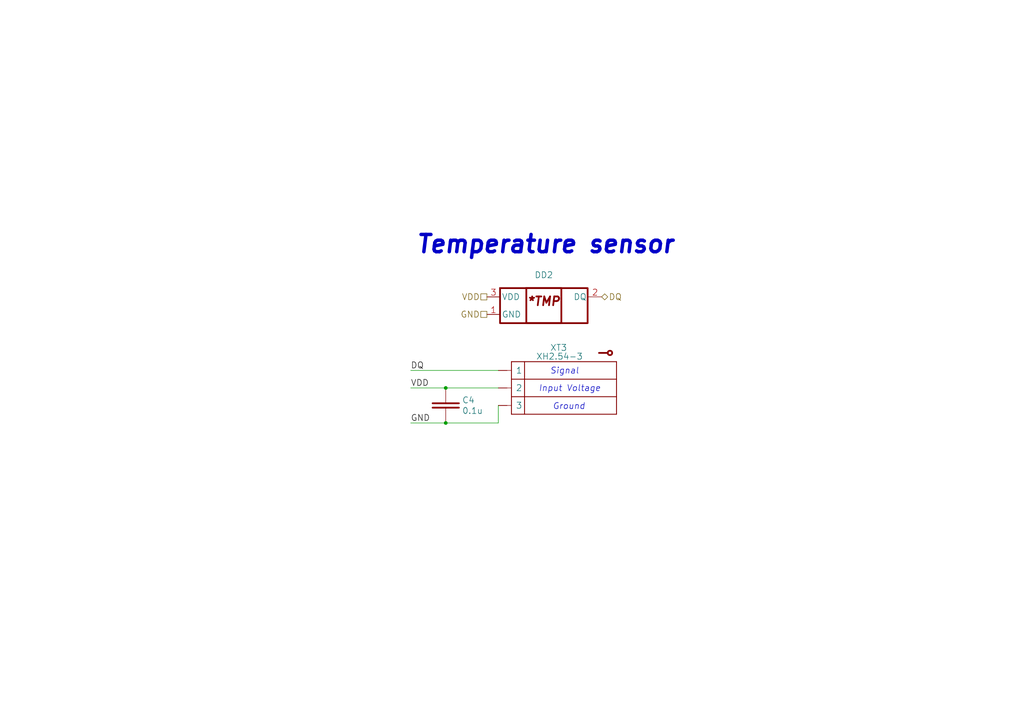
<source format=kicad_sch>
(kicad_sch (version 20211123) (generator eeschema)
  (paper "A4")
  (lib_symbols
    (symbol "C_CAP_41" (pin_names (offset 0))
      (property "Reference" "C" (at 0 6.35 0))
      (property "Value" "C_CAP_41" (at 0 -6.35 0))
      (symbol "C_CAP_41_0_1"
        (polyline (pts (xy -5.08 0) (xy -0.635 0)))
        (polyline (pts (xy -0.635 3.81) (xy -0.635 -3.81)) (stroke (width 0.508)))
        (polyline (pts (xy 0.635 0) (xy 5.08 0)))
        (polyline (pts (xy 0.635 3.81) (xy 0.635 -3.81)) (stroke (width 0.508)))
      )
      (symbol "C_CAP_41_1_1"
        (pin passive line (at -5.08 0 0) (length 2.54) hide (name "~") (number "1"))
        (pin passive line (at 5.08 0 180) (length 2.54) hide (name "~") (number "2"))
      )
    )
    (symbol "Chips:DS18B20"
      (property "Reference" "DD" (at 0 3.81 0))
      (property "Value" "DS18B20" (at 0 1.524 0))
      (symbol "DS18B20_0_1"
        (rectangle (start -12.7 0) (end 12.7 -10.16) (stroke (width 0.508)))
        (rectangle (start -5.08 0) (end 5.08 -10.16) (stroke (width 0.508)))
      )
      (symbol "DS18B20_1_1"
        (polyline (pts (xy -16.51 -7.62) (xy -12.7 -7.62)))
        (polyline (pts (xy -12.7 -7.62) (xy -12.7 -7.62)) (stroke (width 0.508)))
        (polyline (pts (xy -12.7 -5.08) (xy -12.7 -5.08)))
        (polyline (pts (xy -12.7 -2.5399) (xy -16.51 -2.5399)))
        (text "*TMP" (at 0 -3.81 0) (effects (font (size 2.54 2.54) bold italic)))
        (pin power_in line (at -16.51 -7.62 0) (length 3.81) (name "GND") (number "1"))
        (pin input line (at 16.764 -2.54 180) (length 3.81) (name "DQ") (number "2"))
        (pin input line (at -16.51 -2.54 0) (length 3.81) (name "VDD") (number "3"))
      )
    )
    (symbol "XT_CONTACT_ARR3_1" (pin_numbers hide) (pin_names (offset 2.54))
      (property "Reference" "XT" (at -12.7 10.16 0))
      (property "Value" "XT_CONTACT_ARR3_1" (at -12.7 -10.16 0))
      (symbol "XT_CONTACT_ARR3_1_0_1"
        (polyline (pts (xy -17.78 -5.08) (xy -13.97 -5.08)))
        (polyline (pts (xy -17.78 0) (xy -13.97 0)))
        (polyline (pts (xy -17.78 5.08) (xy -13.97 5.08)))
        (polyline (pts (xy -13.97 -7.62) (xy 16.51 -7.62)) (stroke (width 0.254)))
        (polyline (pts (xy -13.97 -2.54) (xy 16.51 -2.54)) (stroke (width 0.254)))
        (polyline (pts (xy -13.97 7.62) (xy -13.97 -7.62)) (stroke (width 0.254)))
        (polyline (pts (xy -13.97 7.62) (xy 16.51 7.62)) (stroke (width 0.254)))
        (polyline (pts (xy -10.16 7.62) (xy -10.16 -7.62)) (stroke (width 0.254)))
        (polyline (pts (xy 13.97 10.16) (xy 11.43 10.16)) (stroke (width 0.508)))
        (polyline (pts (xy 16.51 7.62) (xy 16.51 -7.62)) (stroke (width 0.254)))
        (circle (center 14.605 10.16) (radius 0.635) (stroke (width 0.508)))
      )
      (symbol "XT_CONTACT_ARR3_1_1_1"
        (polyline (pts (xy -13.97 2.54) (xy 16.51 2.54)) (stroke (width 0.254)))
        (pin passive line (at -17.78 5.08 0) (length 2.54) (name "1") (number "1"))
        (pin passive line (at -17.78 0 0) (length 2.54) (name "2") (number "2"))
        (pin passive line (at -17.78 -5.08 0) (length 2.54) (name "3") (number "3"))
      )
    )
  )
  (junction (at 129.286 122.682))
  (junction (at 129.286 112.522))
  (wire (pts (xy 119.126 122.682) (xy 129.286 122.682)))
  (wire (pts (xy 119.126 107.442) (xy 144.526 107.442)))
  (wire (pts (xy 119.126 112.522) (xy 129.286 112.522)))
  (wire (pts (xy 144.526 117.602) (xy 144.526 122.682)))
  (wire (pts (xy 129.286 112.522) (xy 144.526 112.522)))
  (wire (pts (xy 129.286 122.682) (xy 144.526 122.682)))
  (text "Signal" (at 159.512 108.712 0) (effects (font (size 1.778 1.778) italic) (justify left bottom)))
  (text "Temperature sensor" (at 120.396 73.914 0) (effects (font (size 5 5) (thickness 1.0008) bold italic) (justify left bottom)))
  (text "Input Voltage" (at 156.21 113.792 0) (effects (font (size 1.778 1.778) italic) (justify left bottom)))
  (text "Ground" (at 160.274 118.999 0) (effects (font (size 1.778 1.778) italic) (justify left bottom)))
  (label "DQ" (at 119.126 107.442 0) (effects (font (size 1.778 1.778))))
  (label "VDD" (at 119.126 112.522 0) (effects (font (size 1.778 1.778))))
  (label "GND" (at 119.126 122.682 0) (effects (font (size 1.778 1.778))))
  (hierarchical_label "GND" (shape passive) (at 141.224 91.186 180) (effects (font (size 1.778 1.778))))
  (hierarchical_label "VDD" (shape passive) (at 141.224 86.106 180) (effects (font (size 1.778 1.778))))
  (hierarchical_label "DQ" (shape bidirectional) (at 174.498 86.106 0) (effects (font (size 1.778 1.778))))
  (symbol (lib_name "XT_CONTACT_ARR3_1") (lib_id "Connectors:XT_CONTACT_ARR3") (at 162.306 112.522 0) (unit 1)
    (property "Reference" "XT3" (at 159.512 100.838 0) (effects (font (size 1.778 1.778)) (justify left)))
    (property "Value" "XH2.54-3" (at 155.448 103.378 0) (effects (font (size 1.778 1.778)) (justify left)))
    (property "Footprint" "Connector_JST:JST_PH_B3B-PH-K_1x03_P2.00mm_Vertical" (effects hide))
  )
  (symbol (lib_name "C_CAP_41") (lib_id "Capacitors:C_CAP") (at 129.286 117.602 270) (unit 1)
    (property "Reference" "C4" (at 133.985 116.0526 90) (effects (font (size 1.778 1.778)) (justify left)))
    (property "Value" "0.1u" (at 133.985 119.126 90) (effects (font (size 1.778 1.778)) (justify left)))
    (property "Footprint" "Capacitor_SMD:C_0603_1608Metric" (effects hide))
  )
  (symbol (lib_id "Chips:DS18B20") (at 157.734 83.566 0) (unit 1)
    (property "Reference" "DD2" (at 157.734 79.756 0) (effects (font (size 1.778 1.778))))
    (property "Datasheet" "http://datasheets.maximintegrated.com/en/ds/DS18B20.pdf" (effects hide))
  )
)
</source>
